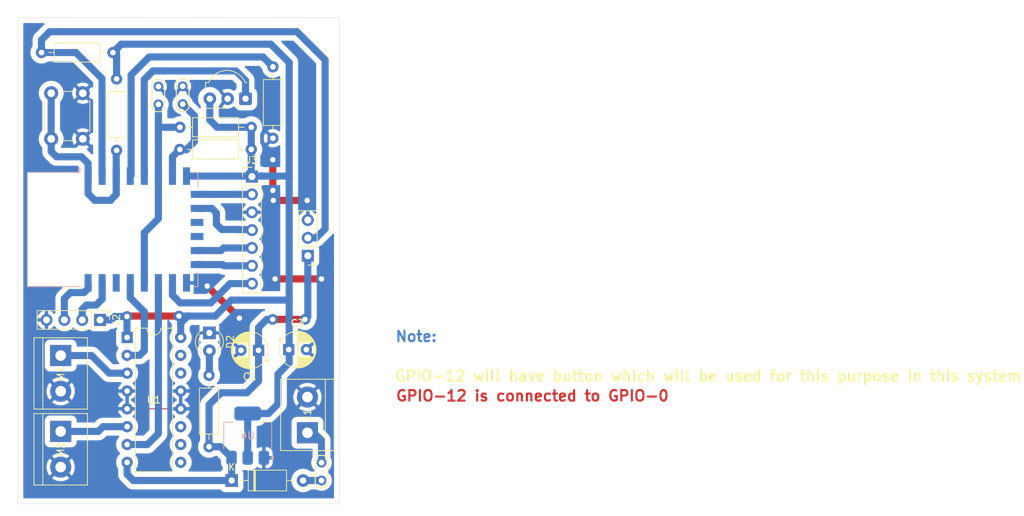
<source format=kicad_pcb>
(kicad_pcb (version 20240108) (generator "pcbnew") (generator_version "8.0")
  (layers (0 "F.Cu" signal) (31 "B.Cu" signal) (34 "B.Paste" user) (35 "F.Paste" user) (36 "B.SilkS" user "B.Silkscreen") (37 "F.SilkS" user "F.Silkscreen") (38 "B.Mask" user) (39 "F.Mask" user) (44 "Edge.Cuts" user))
  (net 0 "")
  (net 1 "+12V")
  (net 2 "GND")
  (net 3 "+3V3")
  (net 4 "Net-(D1-A)")
  (net 5 "Net-(D2-A)")
  (net 6 "/Tx")
  (net 7 "/Rx")
  (net 8 "/MISO")
  (net 9 "/SDA")
  (net 10 "/MOSI")
  (net 11 "/RST")
  (net 12 "/SCK")
  (net 13 "/coin")
  (net 14 "Net-(M1-+)")
  (net 15 "Net-(M2-+)")
  (net 16 "/button2")
  (net 17 "Net-(SW2A-C)")
  (net 18 "/button1")
  (net 19 "/motor2")
  (net 20 "/motor1")
  (net 21 "Net-(U3-GPIO14)")
  (net 27 "Net-(U3-GPIO16)")
  (net 29 "Net-(J1-Pin_1)")
  (footprint "Connector_PinHeader_2.54mm:PinHeader_1x04_P2.54mm_Vertical" (layer "F.Cu") (at 63.984 102.04 -90)
    (property "Reference" "J2" (at 0 -2.33 90) (layer "F.SilkS"))
    (property "Value" "Program")
    (pad "1" thru_hole rect (at 0 0 270) (size 1.7 1.7) (drill 1) (layers "*.Cu" "*.Mask") (net 3 "+3V3"))
    (pad "2" thru_hole oval (at 0 2.54 270) (size 1.7 1.7) (drill 1) (layers "*.Cu" "*.Mask") (net 7 "/Rx"))
    (pad "3" thru_hole oval (at 0 5.08 270) (size 1.7 1.7) (drill 1) (layers "*.Cu" "*.Mask") (net 6 "/Tx"))
    (pad "4" thru_hole oval (at 0 7.62 270) (size 1.7 1.7) (drill 1) (layers "*.Cu" "*.Mask") (net 2 "GND"))
  )
  (footprint "Button_Switch_THT:SW_PUSH_6mm" (layer "F.Cu") (at 57.03 76.26 90)
    (property "Reference" "SW2" (hide yes))
    (property "Value" "Reset")
    (pad "1" thru_hole circle (at 0 0 180) (size 2 2) (drill 1.1) (layers "*.Cu" "*.Mask") (net 17 "Net-(SW2A-C)"))
    (pad "1" thru_hole circle (at 6.5 0 180) (size 2 2) (drill 1.1) (layers "*.Cu" "*.Mask") (net 17 "Net-(SW2A-C)"))
    (pad "2" thru_hole circle (at 0 4.5 180) (size 2 2) (drill 1.1) (layers "*.Cu" "*.Mask") (net 2 "GND"))
    (pad "2" thru_hole circle (at 6.5 4.5 180) (size 2 2) (drill 1.1) (layers "*.Cu" "*.Mask") (net 2 "GND"))
  )
  (footprint "Resistor_THT:R_Axial_DIN0207_L6.3mm_D2.5mm_P10.16mm_Horizontal" (layer "F.Cu") (at 85.49 77.76 180)
    (property "Reference" "R2" (hide yes))
    (property "Value" "10k")
    (pad "1" thru_hole circle (at 0 0 180) (size 1.6 1.6) (drill 0.8) (layers "*.Cu" "*.Mask") (net 3 "+3V3"))
    (pad "2" thru_hole oval (at 10.16 0 180) (size 1.6 1.6) (drill 0.8) (layers "*.Cu" "*.Mask") (net 16 "/button2"))
  )
  (footprint "OptoDevice:Vishay_MOLD-3Pin" (layer "F.Cu") (at 84.67 70.544 180)
    (property "Reference" "U5" (hide yes))
    (property "Value" "TSOP41xx")
    (pad "1" thru_hole roundrect (at 0 0 180) (size 1.8 1.8) (drill 0.9) (layers "*.Cu" "*.Mask") (roundrect_rratio 0.138) (net 21 "Net-(U3-GPIO14)"))
    (pad "2" thru_hole circle (at 2.54 0 180) (size 1.8 1.8) (drill 0.9) (layers "*.Cu" "*.Mask") (net 2 "GND"))
    (pad "3" thru_hole circle (at 5.08 0 180) (size 1.8 1.8) (drill 0.9) (layers "*.Cu" "*.Mask") (net 3 "+3V3"))
  )
  (footprint "Package_DIP:DIP-16_W7.62mm" (layer "F.Cu") (at 67.83 104.535)
    (property "Reference" "U1" (at 3.8 8.875 0) (layer "F.SilkS"))
    (property "Value" "L293D")
    (pad "1" thru_hole rect (at 0 0) (size 1.6 1.6) (drill 0.8) (layers "*.Cu" "*.Mask") (net 3 "+3V3"))
    (pad "2" thru_hole oval (at 0 2.54) (size 1.6 1.6) (drill 0.8) (layers "*.Cu" "*.Mask") (net 20 "/motor1"))
    (pad "3" thru_hole oval (at 0 5.08) (size 1.6 1.6) (drill 0.8) (layers "*.Cu" "*.Mask") (net 14 "Net-(M1-+)"))
    (pad "4" thru_hole oval (at 0 7.62) (size 1.6 1.6) (drill 0.8) (layers "*.Cu" "*.Mask") (net 2 "GND"))
    (pad "5" thru_hole oval (at 0 10.16) (size 1.6 1.6) (drill 0.8) (layers "*.Cu" "*.Mask") (net 2 "GND"))
    (pad "6" thru_hole oval (at 0 12.7) (size 1.6 1.6) (drill 0.8) (layers "*.Cu" "*.Mask") (net 15 "Net-(M2-+)"))
    (pad "7" thru_hole oval (at 0 15.24) (size 1.6 1.6) (drill 0.8) (layers "*.Cu" "*.Mask") (net 19 "/motor2"))
    (pad "8" thru_hole oval (at 0 17.78) (size 1.6 1.6) (drill 0.8) (layers "*.Cu" "*.Mask") (net 1 "+12V"))
    (pad "9" thru_hole oval (at 7.62 17.78) (size 1.6 1.6) (drill 0.8) (layers "*.Cu" "*.Mask"))
    (pad "10" thru_hole oval (at 7.62 15.24) (size 1.6 1.6) (drill 0.8) (layers "*.Cu" "*.Mask"))
    (pad "11" thru_hole oval (at 7.62 12.7) (size 1.6 1.6) (drill 0.8) (layers "*.Cu" "*.Mask"))
    (pad "12" thru_hole oval (at 7.62 10.16) (size 1.6 1.6) (drill 0.8) (layers "*.Cu" "*.Mask") (net 2 "GND"))
    (pad "13" thru_hole oval (at 7.62 7.62) (size 1.6 1.6) (drill 0.8) (layers "*.Cu" "*.Mask") (net 2 "GND"))
    (pad "14" thru_hole oval (at 7.62 5.08) (size 1.6 1.6) (drill 0.8) (layers "*.Cu" "*.Mask"))
    (pad "15" thru_hole oval (at 7.62 2.54) (size 1.6 1.6) (drill 0.8) (layers "*.Cu" "*.Mask"))
    (pad "16" thru_hole oval (at 7.62 0) (size 1.6 1.6) (drill 0.8) (layers "*.Cu" "*.Mask") (net 3 "+3V3"))
  )
  (footprint "Resistor_THT:R_Axial_DIN0207_L6.3mm_D2.5mm_P10.16mm_Horizontal" (layer "F.Cu") (at 55.65 63.97)
    (property "Reference" "R5" (hide yes))
    (property "Value" "10k")
    (pad "1" thru_hole circle (at 0 0) (size 1.6 1.6) (drill 0.8) (layers "*.Cu" "*.Mask") (net 13 "/coin"))
    (pad "2" thru_hole oval (at 10.16 0) (size 1.6 1.6) (drill 0.8) (layers "*.Cu" "*.Mask") (net 3 "+3V3"))
  )
  (footprint "TerminalBlock:TerminalBlock_bornier-2_P5.08mm" (layer "F.Cu") (at 93.48 118.1 90)
    (property "Reference" "J1" (at 2.54 0 -90) (layer "F.SilkS"))
    (property "Value" "Power")
    (pad "1" thru_hole rect (at 0 0 90) (size 3 3) (drill 1.52) (layers "*.Cu" "*.Mask") (net 29 "Net-(J1-Pin_1)"))
    (pad "2" thru_hole circle (at 5.08 0 90) (size 3 3) (drill 1.52) (layers "*.Cu" "*.Mask") (net 2 "GND"))
  )
  (footprint "TerminalBlock:TerminalBlock_bornier-2_P5.08mm" (layer "F.Cu") (at 58.38 117.91 -90)
    (property "Reference" "M2" (at 2.55 0 -90) (layer "F.SilkS"))
    (property "Value" "Motor_DC")
    (pad "1" thru_hole rect (at 0 0 270) (size 3 3) (drill 1.52) (layers "*.Cu" "*.Mask") (net 15 "Net-(M2-+)"))
    (pad "2" thru_hole circle (at 5.08 0 270) (size 3 3) (drill 1.52) (layers "*.Cu" "*.Mask") (net 2 "GND"))
  )
  (footprint "Connector_PinHeader_2.54mm:PinHeader_1x07_P2.54mm_Vertical" (layer "F.Cu") (at 85.58 81.63)
    (property "Reference" "J3" (at 0 -2.33 0) (layer "F.SilkS"))
    (property "Value" "RFID Module")
    (pad "1" thru_hole rect (at 0 0) (size 1.7 1.7) (drill 1) (layers "*.Cu" "*.Mask") (net 3 "+3V3"))
    (pad "2" thru_hole oval (at 0 2.54) (size 1.7 1.7) (drill 1) (layers "*.Cu" "*.Mask") (net 11 "/RST"))
    (pad "3" thru_hole oval (at 0 5.08) (size 1.7 1.7) (drill 1) (layers "*.Cu" "*.Mask") (net 2 "GND"))
    (pad "4" thru_hole oval (at 0 7.62) (size 1.7 1.7) (drill 1) (layers "*.Cu" "*.Mask") (net 8 "/MISO"))
    (pad "5" thru_hole oval (at 0 10.16) (size 1.7 1.7) (drill 1) (layers "*.Cu" "*.Mask") (net 10 "/MOSI"))
    (pad "6" thru_hole oval (at 0 12.7) (size 1.7 1.7) (drill 1) (layers "*.Cu" "*.Mask") (net 12 "/SCK"))
    (pad "7" thru_hole oval (at 0 15.24) (size 1.7 1.7) (drill 1) (layers "*.Cu" "*.Mask") (net 9 "/SDA"))
  )
  (footprint "TestPoint:TestPoint_2Pads_Pitch2.54mm_Drill0.8mm" (layer "F.Cu") (at 75.73 68.77 -90)
    (property "Reference" "SW4" (hide yes))
    (property "Value" "SW_Push" (hide yes))
    (pad "1" thru_hole circle (at 0 0 270) (size 1.4 1.4) (drill 0.8) (layers "*.Cu" "*.Mask") (net 2 "GND"))
    (pad "2" thru_hole circle (at 2.54 0 270) (size 1.4 1.4) (drill 0.8) (layers "*.Cu" "*.Mask") (net 16 "/button2"))
  )
  (footprint "Resistor_THT:R_Axial_DIN0207_L6.3mm_D2.5mm_P10.16mm_Horizontal" (layer "F.Cu") (at 85.49 74.61 180)
    (property "Reference" "R4" (hide yes))
    (property "Value" "10k")
    (pad "1" thru_hole circle (at 0 0 180) (size 1.6 1.6) (drill 0.8) (layers "*.Cu" "*.Mask") (net 3 "+3V3"))
    (pad "2" thru_hole oval (at 10.16 0 180) (size 1.6 1.6) (drill 0.8) (layers "*.Cu" "*.Mask") (net 18 "/button1"))
  )
  (footprint "LED_THT:LED_D3.0mm" (layer "F.Cu") (at 79.53 103.885 -90)
    (property "Reference" "D2" (at 1.27 -2.96 90) (layer "F.SilkS"))
    (property "Value" "LED")
    (pad "1" thru_hole rect (at 0 0 270) (size 1.8 1.8) (drill 0.9) (layers "*.Cu" "*.Mask") (net 2 "GND"))
    (pad "2" thru_hole circle (at 2.54 0 270) (size 1.8 1.8) (drill 0.9) (layers "*.Cu" "*.Mask") (net 5 "Net-(D2-A)"))
  )
  (footprint "Resistor_THT:R_Axial_DIN0207_L6.3mm_D2.5mm_P10.16mm_Horizontal" (layer "F.Cu") (at 88.57 76.17 90)
    (property "Reference" "R7" (hide yes))
    (property "Value" "10k")
    (pad "1" thru_hole circle (at 0 0 90) (size 1.6 1.6) (drill 0.8) (layers "*.Cu" "*.Mask") (net 2 "GND"))
    (pad "2" thru_hole oval (at 10.16 0 90) (size 1.6 1.6) (drill 0.8) (layers "*.Cu" "*.Mask") (net 27 "Net-(U3-GPIO16)"))
  )
  (footprint "Diode_THT:D_A-405_P10.16mm_Horizontal" (layer "F.Cu") (at 82.7 124.9)
    (property "Reference" "D1" (hide yes))
    (property "Value" "D_Small")
    (fp_text user "K" (at 0 -1.9 0) (layer "F.SilkS"))
    (pad "1" thru_hole rect (at 0 0) (size 1.8 1.8) (drill 0.9) (layers "*.Cu" "*.Mask") (net 1 "+12V"))
    (pad "2" thru_hole oval (at 10.16 0) (size 1.8 1.8) (drill 0.9) (layers "*.Cu" "*.Mask") (net 4 "Net-(D1-A)"))
  )
  (footprint "TestPoint:TestPoint_2Pads_Pitch2.54mm_Drill0.8mm" (layer "F.Cu") (at 72.28 68.81 -90)
    (property "Reference" "SW3" (hide yes))
    (property "Value" "SW_Push" (hide yes))
    (pad "1" thru_hole circle (at 0 0 270) (size 1.4 1.4) (drill 0.8) (layers "*.Cu" "*.Mask") (net 2 "GND"))
    (pad "2" thru_hole circle (at 2.54 0 270) (size 1.4 1.4) (drill 0.8) (layers "*.Cu" "*.Mask") (net 18 "/button1"))
  )
  (footprint "Capacitor_THT:CP_Radial_D5.0mm_P2.50mm" (layer "F.Cu") (at 90.824888 106.26)
    (property "Reference" "C3" (at 1.25 -3.75 0) (layer "F.SilkS"))
    (property "Value" "10uF")
    (pad "1" thru_hole rect (at 0 0) (size 1.6 1.6) (drill 0.8) (layers "*.Cu" "*.Mask") (net 3 "+3V3"))
    (pad "2" thru_hole circle (at 2.5 0) (size 1.6 1.6) (drill 0.8) (layers "*.Cu" "*.Mask") (net 2 "GND"))
  )
  (footprint "Resistor_THT:R_Axial_DIN0207_L6.3mm_D2.5mm_P10.16mm_Horizontal" (layer "F.Cu") (at 79.48 120.09 90)
    (property "Reference" "R1" (hide yes))
    (property "Value" "1k")
    (pad "1" thru_hole circle (at 0 0 90) (size 1.6 1.6) (drill 0.8) (layers "*.Cu" "*.Mask") (net 1 "+12V"))
    (pad "2" thru_hole oval (at 10.16 0 90) (size 1.6 1.6) (drill 0.8) (layers "*.Cu" "*.Mask") (net 5 "Net-(D2-A)"))
  )
  (footprint "TestPoint:TestPoint_2Pads_Pitch2.54mm_Drill0.8mm" (layer "F.Cu") (at 95.48 122.36 -90)
    (property "Reference" "SW1" (hide yes))
    (property "Value" "Switch" (hide yes))
    (pad "1" thru_hole circle (at 0 0 270) (size 1.4 1.4) (drill 0.8) (layers "*.Cu" "*.Mask") (net 29 "Net-(J1-Pin_1)"))
    (pad "2" thru_hole circle (at 2.54 0 270) (size 1.4 1.4) (drill 0.8) (layers "*.Cu" "*.Mask") (net 4 "Net-(D1-A)"))
  )
  (footprint "Resistor_THT:R_Axial_DIN0207_L6.3mm_D2.5mm_P10.16mm_Horizontal" (layer "F.Cu") (at 66.33 77.89 90)
    (property "Reference" "R3" (hide yes))
    (property "Value" "10k")
    (pad "1" thru_hole circle (at 0 0 90) (size 1.6 1.6) (drill 0.8) (layers "*.Cu" "*.Mask") (net 17 "Net-(SW2A-C)"))
    (pad "2" thru_hole oval (at 10.16 0 90) (size 1.6 1.6) (drill 0.8) (layers "*.Cu" "*.Mask") (net 3 "+3V3"))
  )
  (footprint "TerminalBlock:TerminalBlock_bornier-2_P5.08mm" (layer "F.Cu") (at 58.38 107.11 -90)
    (property "Reference" "M1" (at 2.55 0 -90) (layer "F.SilkS"))
    (property "Value" "Motor_DC")
    (pad "1" thru_hole rect (at 0 0 270) (size 3 3) (drill 1.52) (layers "*.Cu" "*.Mask") (net 14 "Net-(M1-+)"))
    (pad "2" thru_hole circle (at 5.08 0 270) (size 3 3) (drill 1.52) (layers "*.Cu" "*.Mask") (net 2 "GND"))
  )
  (footprint "Connector_PinHeader_2.54mm:PinHeader_1x03_P2.54mm_Vertical" (layer "F.Cu") (at 93.53 92.896 180)
    (property "Reference" "J4" (hide yes))
    (property "Value" "Coin Acceptor")
    (pad "1" thru_hole rect (at 0 0 180) (size 1.7 1.7) (drill 1) (layers "*.Cu" "*.Mask") (net 1 "+12V"))
    (pad "2" thru_hole oval (at 0 2.54 180) (size 1.7 1.7) (drill 1) (layers "*.Cu" "*.Mask") (net 13 "/coin"))
    (pad "3" thru_hole oval (at 0 5.08 180) (size 1.7 1.7) (drill 1) (layers "*.Cu" "*.Mask") (net 2 "GND"))
  )
  (footprint "Capacitor_THT:CP_Radial_D5.0mm_P2.50mm" (layer "F.Cu") (at 86.525113 106.358 180)
    (property "Reference" "C1" (at 1.25 -3.75 180) (layer "F.SilkS"))
    (property "Value" "100uF")
    (pad "1" thru_hole rect (at 0 0 180) (size 1.6 1.6) (drill 0.8) (layers "*.Cu" "*.Mask") (net 1 "+12V"))
    (pad "2" thru_hole circle (at 2.5 0 180) (size 1.6 1.6) (drill 0.8) (layers "*.Cu" "*.Mask") (net 2 "GND"))
  )
  (footprint "RF_Module:ESP-12E" (layer "B.Cu") (at 65.78 89.16 -90)
    (property "Reference" "U3" (hide yes))
    (property "Value" "ESP-12E")
    (pad "1" smd rect (at -7.6 3.5 270) (size 2.5 1) (layers "B.Cu" "B.Paste" "B.Mask") (net 17 "Net-(SW2A-C)"))
    (pad "2" smd rect (at -7.6 1.5 270) (size 2.5 1) (layers "B.Cu" "B.Paste" "B.Mask") (net 13 "/coin"))
    (pad "3" smd rect (at -7.6 -0.5 270) (size 2.5 1) (layers "B.Cu" "B.Paste" "B.Mask") (net 17 "Net-(SW2A-C)"))
    (pad "4" smd rect (at -7.6 -2.5 270) (size 2.5 1) (layers "B.Cu" "B.Paste" "B.Mask") (net 27 "Net-(U3-GPIO16)"))
    (pad "5" smd rect (at -7.6 -4.5 270) (size 2.5 1) (layers "B.Cu" "B.Paste" "B.Mask") (net 21 "Net-(U3-GPIO14)"))
    (pad "6" smd rect (at -7.6 -6.5 270) (size 2.5 1) (layers "B.Cu" "B.Paste" "B.Mask") (net 18 "/button1"))
    (pad "7" smd rect (at -7.6 -8.5 270) (size 2.5 1) (layers "B.Cu" "B.Paste" "B.Mask") (net 16 "/button2"))
    (pad "8" smd rect (at -7.6 -10.5 270) (size 2.5 1) (layers "B.Cu" "B.Paste" "B.Mask") (net 3 "+3V3"))
    (pad "9" smd rect (at -5 -12 270) (size 1 1.8) (layers "B.Cu" "B.Paste" "B.Mask") (net 11 "/RST"))
    (pad "10" smd rect (at -3 -12 270) (size 1 1.8) (layers "B.Cu" "B.Paste" "B.Mask") (net 8 "/MISO"))
    (pad "11" smd rect (at -1 -12 270) (size 1 1.8) (layers "B.Cu" "B.Paste" "B.Mask"))
    (pad "12" smd rect (at 1 -12 270) (size 1 1.8) (layers "B.Cu" "B.Paste" "B.Mask"))
    (pad "13" smd rect (at 3 -12 270) (size 1 1.8) (layers "B.Cu" "B.Paste" "B.Mask") (net 10 "/MOSI"))
    (pad "14" smd rect (at 5 -12 270) (size 1 1.8) (layers "B.Cu" "B.Paste" "B.Mask") (net 12 "/SCK"))
    (pad "15" smd rect (at 7.6 -10.5 270) (size 2.5 1) (layers "B.Cu" "B.Paste" "B.Mask") (net 2 "GND"))
    (pad "16" smd rect (at 7.6 -8.5 270) (size 2.5 1) (layers "B.Cu" "B.Paste" "B.Mask") (net 9 "/SDA"))
    (pad "17" smd rect (at 7.6 -6.5 270) (size 2.5 1) (layers "B.Cu" "B.Paste" "B.Mask") (net 19 "/motor2"))
    (pad "18" smd rect (at 7.6 -4.5 270) (size 2.5 1) (layers "B.Cu" "B.Paste" "B.Mask") (net 18 "/button1"))
    (pad "19" smd rect (at 7.6 -2.5 270) (size 2.5 1) (layers "B.Cu" "B.Paste" "B.Mask") (net 20 "/motor1"))
    (pad "20" smd rect (at 7.6 -0.5 270) (size 2.5 1) (layers "B.Cu" "B.Paste" "B.Mask"))
    (pad "21" smd rect (at 7.6 1.5 270) (size 2.5 1) (layers "B.Cu" "B.Paste" "B.Mask") (net 7 "/Rx"))
    (pad "22" smd rect (at 7.6 3.5 270) (size 2.5 1) (layers "B.Cu" "B.Paste" "B.Mask") (net 6 "/Tx"))
    (zone (net 0) (net_name "") (layers "*.Cu") (connect_pads (clearance 0)) (min_thickness 0.254)
      (keepout (tracks not_allowed) (vias not_allowed) (pads not_allowed) (copperpour not_allowed) (footprints not_allowed))
      (fill (thermal_gap 0.508) (thermal_bridge_width 0.508))
      (polygon (pts (xy 60.98 81.04) (xy 60.98 97.28) (xy 53.66 97.28) (xy 53.66 81.04)))
    )
  )
  (footprint "Package_TO_SOT_SMD:SOT-223-3_TabPin2" (layer "B.Cu") (at 84.98 118.51 90)
    (property "Reference" "U4" (at 0 0 0) (layer "B.SilkS") (effects (justify mirror)))
    (property "Value" "AMS1117-3.3")
    (pad "1" smd roundrect (at -3.15 2.3 90) (size 2 1.5) (layers "B.Cu" "B.Paste" "B.Mask") (net 2 "GND"))
    (pad "2" smd roundrect (at -3.15 0 90) (size 2 1.5) (layers "B.Cu" "B.Paste" "B.Mask") (net 3 "+3V3"))
    (pad "2" smd roundrect (at 3.15 0 90) (size 2 3.8) (layers "B.Cu" "B.Paste" "B.Mask") (net 3 "+3V3"))
    (pad "3" smd roundrect (at -3.15 -2.3 90) (size 2 1.5) (layers "B.Cu" "B.Paste" "B.Mask") (net 1 "+12V"))
  )
  (gr_line (start 98.02 128.202) (end 52.3 128.202) (stroke (width 0.05)) (layer "Edge.Cuts"))
  (gr_line (start 98.02 59.03) (end 98.02 128.202) (stroke (width 0.05)) (layer "Edge.Cuts"))
  (gr_line (start 52.3 59.01) (end 98.02 59.03) (stroke (width 0.05)) (layer "Edge.Cuts"))
  (gr_line (start 52.3 128.202) (end 52.3 59.01) (stroke (width 0.05)) (layer "Edge.Cuts"))
  (gr_text "GPIO-12 is connected to GPIO-0" (at 105.92 113.72 0) (layer "F.Cu") (effects (font (size 1.5 1.5) (thickness 0.3) (bold yes)) (justify left bottom)))
  (gr_text "Note:" (at 105.86 105.26 -0) (layer "B.Cu") (effects (font (size 1.5 1.5) (thickness 0.3) (bold yes)) (justify left bottom)))
  (gr_text "GPIO-12 will have button which will be used for this purpose in this system" (at 105.74 110.89 0) (layer "F.SilkS") (effects (font (size 1.5 1.5) (thickness 0.3) (bold yes)) (justify left bottom)))
  (segment (start 88.53 101.96) (end 93.13 101.96) (width 1.016) (layer "F.Cu") (net 1))
  (via (at 88.53 101.96) (size 1.524) (drill 0.762) (layers "F.Cu" "B.Cu") (net 1))
  (via (at 93.13 101.96) (size 1.524) (drill 0.762) (layers "F.Cu" "B.Cu") (net 1))
  (segment (start 79.48 120.09) (end 81.11 120.09) (width 1.016) (layer "B.Cu") (net 1))
  (segment (start 86.525113 106.358) (end 86.525113 110.740887) (width 1.016) (layer "B.Cu") (net 1))
  (segment (start 81.11 120.09) (end 82.68 121.66) (width 1.016) (layer "B.Cu") (net 1))
  (segment (start 93.53 92.896) (end 93.53 101.56) (width 1.016) (layer "B.Cu") (net 1))
  (segment (start 93.53 101.56) (end 93.13 101.96) (width 1.016) (layer "B.Cu") (net 1))
  (segment (start 79.48 114.11) (end 79.48 120.09) (width 1.016) (layer "B.Cu") (net 1))
  (segment (start 88.53 101.96) (end 87.686 101.96) (width 1.016) (layer "B.Cu") (net 1))
  (segment (start 82.7 124.9) (end 82.7 121.68) (width 1.016) (layer "B.Cu") (net 1))
  (segment (start 68.7084 124.9) (end 82.7 124.9) (width 1.016) (layer "B.Cu") (net 1))
  (segment (start 86.525113 103.120887) (end 86.525113 106.358) (width 1.016) (layer "B.Cu") (net 1))
  (segment (start 87.686 101.96) (end 86.525113 103.120887) (width 1.016) (layer "B.Cu") (net 1))
  (segment (start 67.83 122.315) (end 67.83 124.0216) (width 1.016) (layer "B.Cu") (net 1))
  (segment (start 86.525113 110.740887) (end 84.856 112.41) (width 1.016) (layer "B.Cu") (net 1))
  (segment (start 82.7 121.68) (end 82.68 121.66) (width 1.016) (layer "B.Cu") (net 1))
  (segment (start 84.856 112.41) (end 81.18 112.41) (width 1.016) (layer "B.Cu") (net 1))
  (segment (start 81.18 112.41) (end 79.48 114.11) (width 1.016) (layer "B.Cu") (net 1))
  (segment (start 67.83 124.0216) (end 68.7084 124.9) (width 1.016) (layer "B.Cu") (net 1))
  (segment (start 93.448 85.022) (end 88.622 85.022) (width 1.016) (layer "F.Cu") (net 2))
  (segment (start 95.48 96.198) (end 88.876 96.198) (width 1.016) (layer "F.Cu") (net 2))
  (segment (start 67.83 114.695) (end 75.45 114.695) (width 0.127) (layer "F.Cu") (net 2))
  (segment (start 88.55 79.23) (end 88.55 83.59) (width 1.016) (layer "F.Cu") (net 2))
  (segment (start 88.55 83.59) (end 88.56 83.6) (width 1.016) (layer "F.Cu") (net 2))
  (segment (start 83.796 101.786) (end 79.224 97.214) (width 1.016) (layer "F.Cu") (net 2))
  (via (at 93.448 85.022) (size 1.524) (drill 0.762) (layers "F.Cu" "B.Cu") (net 2))
  (via (at 88.876 96.198) (size 1.524) (drill 0.762) (layers "F.Cu" "B.Cu") (net 2))
  (via (at 88.55 79.23) (size 1.524) (drill 0.762) (layers "F.Cu" "B.Cu") (net 2))
  (via (at 79.224 97.214) (size 1.524) (drill 0.762) (layers "F.Cu" "B.Cu") (net 2))
  (via (at 95.48 96.198) (size 1.524) (drill 0.762) (layers "F.Cu" "B.Cu") (net 2))
  (via (at 83.796 101.786) (size 1.524) (drill 0.762) (layers "F.Cu" "B.Cu") (net 2))
  (via (at 88.622 85.022) (size 1.524) (drill 0.762) (layers "F.Cu" "B.Cu") (net 2))
  (via (at 88.56 83.6) (size 1.524) (drill 0.762) (layers "F.Cu" "B.Cu") (net 2))
  (segment (start 67.872 101.488) (end 75.204 101.488) (width 1.016) (layer "F.Cu") (net 3))
  (segment (start 67.81 101.55) (end 67.872 101.488) (width 1.016) (layer "F.Cu") (net 3))
  (via (at 67.81 101.55) (size 1.524) (drill 0.762) (layers "F.Cu" "B.Cu") (net 3))
  (via (at 75.204 101.488) (size 1.524) (drill 0.762) (layers "F.Cu" "B.Cu") (net 3))
  (segment (start 90.83 81.56) (end 90.88 81.61) (width 1.016) (layer "B.Cu") (net 3))
  (segment (start 67.81 101.55) (end 67.81 104.515) (width 1.016) (layer "B.Cu") (net 3))
  (segment (start 66.58 63.2) (end 66.32 63.46) (width 1.016) (layer "B.Cu") (net 3))
  (segment (start 76.28 81.56) (end 87.03 81.56) (width 1.016) (layer "B.Cu") (net 3))
  (segment (start 89.28 114.01) (end 89.28 109.76) (width 1.016) (layer "B.Cu") (net 3))
  (segment (start 85.49 81.54) (end 85.58 81.63) (width 1.016) (layer "B.Cu") (net 3))
  (segment (start 86.98 81.51) (end 87.03 81.56) (width 1.016) (layer "B.Cu") (net 3))
  (segment (start 80.366472 101.488) (end 82.644472 99.21) (width 1.016) (layer "B.Cu") (net 3))
  (segment (start 75.45 104.535) (end 75.45 102.49) (width 1.016) (layer "B.Cu") (net 3))
  (segment (start 79.59 73.57) (end 80.63 74.61) (width 1.016) (layer "B.Cu") (net 3))
  (segment (start 90.88 108.16) (end 90.88 101.71) (width 1.016) (layer "B.Cu") (net 3))
  (segment (start 65.81 63.97) (end 66.33 64.49) (width 1.016) (layer "B.Cu") (net 3))
  (segment (start 90.88 101.61) (end 90.88 99.21) (width 1.016) (layer "B.Cu") (net 3))
  (segment (start 85.49 74.61) (end 85.49 77.76) (width 1.016) (layer "B.Cu") (net 3))
  (segment (start 89.28 109.76) (end 90.88 108.16) (width 1.016) (layer "B.Cu") (net 3))
  (segment (start 87.93 115.36) (end 89.28 114.01) (width 1.016) (layer "B.Cu") (net 3))
  (segment (start 66.32 63.46) (end 66.32 64.48) (width 1.016) (layer "B.Cu") (net 3))
  (segment (start 90.88 83.36) (end 90.88 81.61) (width 1.016) (layer "B.Cu") (net 3))
  (segment (start 90.88 99.21) (end 90.88 83.46) (width 1.016) (layer "B.Cu") (net 3))
  (segment (start 87.03 81.56) (end 90.83 81.56) (width 1.016) (layer "B.Cu") (net 3))
  (segment (start 88.267423 62.78) (end 67 62.78) (width 1.016) (layer "B.Cu") (net 3))
  (segment (start 82.644472 99.21) (end 90.88 99.21) (width 1.016) (layer "B.Cu") (net 3))
  (segment (start 66.33 64.49) (end 66.33 67.73) (width 1.016) (layer "B.Cu") (net 3))
  (segment (start 63.984 102.04) (end 65.57 102.04) (width 1.016) (layer "B.Cu") (net 3))
  (segment (start 79.59 70.544) (end 79.59 73.57) (width 1.016) (layer "B.Cu") (net 3))
  (segment (start 76.452 101.488) (end 80.366472 101.488) (width 1.016) (layer "B.Cu") (net 3))
  (segment (start 80.63 74.61) (end 85.49 74.61) (width 1.016) (layer "B.Cu") (net 3))
  (segment (start 84.98 121.66) (end 84.98 115.36) (width 1.016) (layer "B.Cu") (net 3))
  (segment (start 66.58 63.2) (end 65.81 63.97) (width 1.016) (layer "B.Cu") (net 3))
  (segment (start 67.81 104.515) (end 67.83 104.535) (width 1.016) (layer "B.Cu") (net 3))
  (segment (start 76.452 101.488) (end 75.204 101.488) (width 1.016) (layer "B.Cu") (net 3))
  (segment (start 66.32 64.48) (end 66.33 64.49) (width 1.016) (layer "B.Cu") (net 3))
  (segment (start 84.98 115.36) (end 87.93 115.36) (width 1.016) (layer "B.Cu") (net 3))
  (segment (start 65.57 102.04) (end 66.06 101.55) (width 1.016) (layer "B.Cu") (net 3))
  (segment (start 90.88 81.61) (end 90.88 65.392577) (width 1.016) (layer "B.Cu") (net 3))
  (segment (start 67 62.78) (end 66.58 63.2) (width 1.016) (layer "B.Cu") (net 3))
  (segment (start 90.88 65.392577) (end 88.267423 62.78) (width 1.016) (layer "B.Cu") (net 3))
  (segment (start 75.16 101.532) (end 75.204 101.488) (width 1.016) (layer "B.Cu") (net 3))
  (segment (start 66.06 101.55) (end 67.81 101.55) (width 1.016) (layer "B.Cu") (net 3))
  (segment (start 75.45 102.49) (end 76.452 101.488) (width 1.016) (layer "B.Cu") (net 3))
  (segment (start 85.49 77.76) (end 85.49 81.54) (width 1.016) (layer "B.Cu") (net 3))
  (segment (start 92.86 124.9) (end 95.48 124.9) (width 1.016) (layer "B.Cu") (net 4))
  (segment (start 79.53 109.88) (end 79.48 109.93) (width 1.016) (layer "B.Cu") (net 5))
  (segment (start 79.53 106.425) (end 79.53 109.88) (width 1.016) (layer "B.Cu") (net 5))
  (segment (start 61.698 98.142) (end 59.754 98.142) (width 1.016) (layer "B.Cu") (net 6))
  (segment (start 58.904 98.992) (end 58.904 102.04) (width 1.016) (layer "B.Cu") (net 6))
  (segment (start 59.754 98.142) (end 58.904 98.992) (width 1.016) (layer "B.Cu") (net 6))
  (segment (start 62.28 97.56) (end 61.698 98.142) (width 1.016) (layer "B.Cu") (net 6))
  (segment (start 62.28 96.76) (end 62.28 97.56) (width 1.016) (layer "B.Cu") (net 6))
  (segment (start 63.434 99.92) (end 64.28 99.074) (width 1.016) (layer "B.Cu") (net 7))
  (segment (start 62.04 99.92) (end 63.434 99.92) (width 1.016) (layer "B.Cu") (net 7))
  (segment (start 61.444 100.516) (end 62.04 99.92) (width 1.016) (layer "B.Cu") (net 7))
  (segment (start 64.28 99.074) (end 64.28 96.76) (width 1.016) (layer "B.Cu") (net 7))
  (segment (start 61.444 102.04) (end 61.444 100.516) (width 1.016) (layer "B.Cu") (net 7))
  (segment (start 80.53 88.41) (end 80.53 86.81) (width 1.016) (layer "B.Cu") (net 8))
  (segment (start 83.73 89.16) (end 81.28 89.16) (width 1.016) (layer "B.Cu") (net 8))
  (segment (start 79.88 86.16) (end 77.78 86.16) (width 1.016) (layer "B.Cu") (net 8))
  (segment (start 81.28 89.16) (end 80.53 88.41) (width 1.016) (layer "B.Cu") (net 8))
  (segment (start 85.51 89.18) (end 83.75 89.18) (width 1.016) (layer "B.Cu") (net 8))
  (segment (start 85.58 89.25) (end 85.51 89.18) (width 1.016) (layer "B.Cu") (net 8))
  (segment (start 80.53 86.81) (end 79.88 86.16) (width 1.016) (layer "B.Cu") (net 8))
  (segment (start 83.75 89.18) (end 83.73 89.16) (width 1.016) (layer "B.Cu") (net 8))
  (segment (start 82.47 96.87) (end 79.73 99.61) (width 1.016) (layer "B.Cu") (net 9))
  (segment (start 75.38 99.61) (end 74.28 98.51) (width 1.016) (layer "B.Cu") (net 9))
  (segment (start 74.28 98.51) (end 74.28 96.76) (width 1.016) (layer "B.Cu") (net 9))
  (segment (start 79.73 99.61) (end 75.38 99.61) (width 1.016) (layer "B.Cu") (net 9))
  (segment (start 85.58 96.87) (end 82.47 96.87) (width 1.016) (layer "B.Cu") (net 9))
  (segment (start 81.18 92.16) (end 81.55 91.79) (width 1.016) (layer "B.Cu") (net 10))
  (segment (start 77.78 92.16) (end 81.18 92.16) (width 1.016) (layer "B.Cu") (net 10))
  (segment (start 81.55 91.79) (end 85.58 91.79) (width 1.016) (layer "B.Cu") (net 10))
  (segment (start 85.57 84.16) (end 85.58 84.17) (width 1.016) (layer "B.Cu") (net 11))
  (segment (start 77.78 84.16) (end 85.57 84.16) (width 1.016) (layer "B.Cu") (net 11))
  (segment (start 81.43 94.16) (end 81.6 94.33) (width 1.016) (layer "B.Cu") (net 12))
  (segment (start 77.78 94.16) (end 81.43 94.16) (width 1.016) (layer "B.Cu") (net 12))
  (segment (start 81.6 94.33) (end 85.58 94.33) (width 1.016) (layer "B.Cu") (net 12))
  (segment (start 94.52 63.54) (end 94.52 63.53) (width 1.016) (layer "B.Cu") (net 13))
  (segment (start 56.818 61.002) (end 55.65 62.17) (width 1.016) (layer "B.Cu") (net 13))
  (segment (start 64.28 81.56) (end 64.26 81.54) (width 1.016) (layer "B.Cu") (net 13))
  (segment (start 64.26 81.54) (end 64.26 67.68) (width 1.016) (layer "B.Cu") (net 13))
  (segment (start 95.988 89.086) (end 95.988 65.008) (width 1.016) (layer "B.Cu") (net 13))
  (segment (start 94.52 63.54) (end 91.982 61.002) (width 1.016) (layer "B.Cu") (net 13))
  (segment (start 95.988 65.008) (end 94.52 63.54) (width 1.016) (layer "B.Cu") (net 13))
  (segment (start 55.65 62.17) (end 55.65 63.97) (width 1.016) (layer "B.Cu") (net 13))
  (segment (start 64.26 67.68) (end 60.55 63.97) (width 1.016) (layer "B.Cu") (net 13))
  (segment (start 94.718 90.356) (end 95.988 89.086) (width 1.016) (layer "B.Cu") (net 13))
  (segment (start 60.55 63.97) (end 55.65 63.97) (width 1.016) (layer "B.Cu") (net 13))
  (segment (start 91.982 61.002) (end 56.818 61.002) (width 1.016) (layer "B.Cu") (net 13))
  (segment (start 93.53 90.356) (end 94.718 90.356) (width 1.016) (layer "B.Cu") (net 13))
  (segment (start 67.83 109.615) (end 65.285 109.615) (width 1.016) (layer "B.Cu") (net 14))
  (segment (start 62.78 107.11) (end 58.38 107.11) (width 1.016) (layer "B.Cu") (net 14))
  (segment (start 65.285 109.615) (end 62.78 107.11) (width 1.016) (layer "B.Cu") (net 14))
  (segment (start 63.73 117.91) (end 58.38 117.91) (width 1.016) (layer "B.Cu") (net 15))
  (segment (start 64.405 117.235) (end 63.73 117.91) (width 1.016) (layer "B.Cu") (net 15))
  (segment (start 67.83 117.235) (end 64.405 117.235) (width 1.016) (layer "B.Cu") (net 15))
  (segment (start 77.4 72.98) (end 77.4 76.64) (width 1.016) (layer "B.Cu") (net 16))
  (segment (start 75.73 71.31) (end 77.4 72.98) (width 1.016) (layer "B.Cu") (net 16))
  (segment (start 75.38 77.81) (end 75.33 77.76) (width 1.016) (layer "B.Cu") (net 16))
  (segment (start 77.4 76.64) (end 76.28 77.76) (width 1.016) (layer "B.Cu") (net 16))
  (segment (start 74.28 81.56) (end 74.28 78.81) (width 1.016) (layer "B.Cu") (net 16))
  (segment (start 76.28 77.76) (end 76.28 77.81) (width 1.016) (layer "B.Cu") (net 16))
  (segment (start 74.28 78.81) (end 75.33 77.76) (width 1.016) (layer "B.Cu") (net 16))
  (segment (start 76.28 77.81) (end 75.38 77.81) (width 1.016) (layer "B.Cu") (net 16))
  (segment (start 62.28 79.76) (end 61.33 78.81) (width 1.016) (layer "B.Cu") (net 17))
  (segment (start 62.28 81.56) (end 62.28 79.76) (width 1.016) (layer "B.Cu") (net 17))
  (segment (start 61.33 78.81) (end 57.78 78.81) (width 1.016) (layer "B.Cu") (net 17))
  (segment (start 65.43 85.01) (end 65.52 85.01) (width 1.016) (layer "B.Cu") (net 17))
  (segment (start 57.03 69.76) (end 57.03 76.26) (width 1.016) (layer "B.Cu") (net 17))
  (segment (start 63.23 85.01) (end 65.43 85.01) (width 1.016) (layer "B.Cu") (net 17))
  (segment (start 57.03 78.06) (end 57.03 76.26) (width 1.016) (layer "B.Cu") (net 17))
  (segment (start 62.28 81.56) (end 62.28 84.06) (width 1.016) (layer "B.Cu") (net 17))
  (segment (start 66.28 81.56) (end 66.28 77.94) (width 1.016) (layer "B.Cu") (net 17))
  (segment (start 57.78 78.81) (end 57.03 78.06) (width 1.016) (layer "B.Cu") (net 17))
  (segment (start 62.28 84.06) (end 63.23 85.01) (width 1.016) (layer "B.Cu") (net 17))
  (segment (start 66.28 84.16) (end 66.28 83.32) (width 1.016) (layer "B.Cu") (net 17))
  (segment (start 65.43 85.01) (end 66.28 84.16) (width 1.016) (layer "B.Cu") (net 17))
  (segment (start 66.28 83.32) (end 66.28 81.56) (width 1.016) (layer "B.Cu") (net 17))
  (segment (start 66.28 77.94) (end 66.33 77.89) (width 1.016) (layer "B.Cu") (net 17))
  (segment (start 72.28 81.56) (end 72.28 87.61) (width 1.016) (layer "B.Cu") (net 18))
  (segment (start 72.28 87.61) (end 70.26 89.63) (width 1.016) (layer "B.Cu") (net 18))
  (segment (start 72.33 74.61) (end 72.28 74.56) (width 1.016) (layer "B.Cu") (net 18))
  (segment (start 70.28 89.65) (end 70.28 96.76) (width 1.016) (layer "B.Cu") (net 18))
  (segment (start 70.26 89.63) (end 70.28 89.65) (width 1.016) (layer "B.Cu") (net 18))
  (segment (start 72.28 71.35) (end 72.28 74.56) (width 1.016) (layer "B.Cu") (net 18))
  (segment (start 75.33 74.61) (end 72.33 74.61) (width 1.016) (layer "B.Cu") (net 18))
  (segment (start 72.28 74.56) (end 72.28 81.56) (width 1.016) (layer "B.Cu") (net 18))
  (segment (start 70.715 119.775) (end 72.28 118.21) (width 1.016) (layer "B.Cu") (net 19))
  (segment (start 72.28 118.21) (end 72.28 96.76) (width 1.016) (layer "B.Cu") (net 19))
  (segment (start 67.83 119.775) (end 70.715 119.775) (width 1.016) (layer "B.Cu") (net 19))
  (segment (start 69.615 107.075) (end 70.28 106.41) (width 1.016) (layer "B.Cu") (net 20))
  (segment (start 70.28 100.890318) (end 70.28 106.41) (width 1.016) (layer "B.Cu") (net 20))
  (segment (start 67.83 107.075) (end 69.615 107.075) (width 1.016) (layer "B.Cu") (net 20))
  (segment (start 68.28 96.76) (end 68.28 98.890318) (width 1.016) (layer "B.Cu") (net 20))
  (segment (start 68.28 98.890318) (end 70.28 100.890318) (width 1.016) (layer "B.Cu") (net 20))
  (segment (start 84.67 67.95) (end 83.308 66.588) (width 1.016) (layer "B.Cu") (net 21))
  (segment (start 71.15 66.93) (end 70.27 67.81) (width 1.016) (layer "B.Cu") (net 21))
  (segment (start 70.27 81.55) (end 70.28 81.56) (width 1.016) (layer "B.Cu") (net 21))
  (segment (start 71.492 66.588) (end 70.27 67.81) (width 1.016) (layer "B.Cu") (net 21))
  (segment (start 83.308 66.588) (end 71.492 66.588) (width 1.016) (layer "B.Cu") (net 21))
  (segment (start 84.67 70.544) (end 84.67 67.95) (width 1.016) (layer "B.Cu") (net 21))
  (segment (start 70.27 67.81) (end 70.27 81.55) (width 1.016) (layer "B.Cu") (net 21))
  (segment (start 88.57 66.01) (end 87.16 64.6) (width 1.016) (layer "B.Cu") (net 27))
  (segment (start 87.16 64.6) (end 70.965528 64.6) (width 1.016) (layer "B.Cu") (net 27))
  (segment (start 68.4 81.44) (end 68.28 81.56) (width 1.016) (layer "B.Cu") (net 27))
  (segment (start 68.4 67.165528) (end 68.4 81.44) (width 1.016) (layer "B.Cu") (net 27))
  (segment (start 70.965528 64.6) (end 68.4 67.165528) (width 1.016) (layer "B.Cu") (net 27))
  (segment (start 94.395 118.1) (end 95.48 119.185) (width 1.016) (layer "B.Cu") (net 29))
  (segment (start 95.48 119.185) (end 95.48 122.36) (width 1.016) (layer "B.Cu") (net 29))
  (segment (start 93.48 118.1) (end 94.395 118.1) (width 1.016) (layer "B.Cu") (net 29))
  (zone (net 2) (net_name "GND") (layer "B.Cu") (connect_pads (clearance 0.5)) (min_thickness 0.25) (fill yes (thermal_gap 0.5) (thermal_bridge_width 0.5))
    (polygon (pts (xy 100.55 56.49) (xy 49.75 56.49) (xy 49.76 129.98) (xy 100.56 129.98)))
  )
)
</source>
